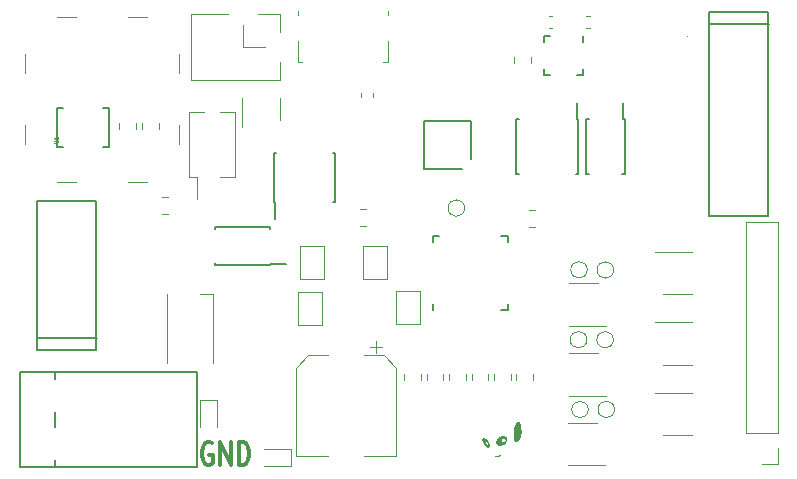
<source format=gbr>
G04 #@! TF.GenerationSoftware,KiCad,Pcbnew,5.1.5-52549c5~84~ubuntu18.04.1*
G04 #@! TF.CreationDate,2020-04-17T16:24:41+02:00*
G04 #@! TF.ProjectId,board,626f6172-642e-46b6-9963-61645f706362,rev?*
G04 #@! TF.SameCoordinates,Original*
G04 #@! TF.FileFunction,Legend,Top*
G04 #@! TF.FilePolarity,Positive*
%FSLAX46Y46*%
G04 Gerber Fmt 4.6, Leading zero omitted, Abs format (unit mm)*
G04 Created by KiCad (PCBNEW 5.1.5-52549c5~84~ubuntu18.04.1) date 2020-04-17 16:24:41*
%MOMM*%
%LPD*%
G04 APERTURE LIST*
%ADD10C,0.300000*%
%ADD11C,0.120000*%
%ADD12C,0.150000*%
%ADD13C,0.127000*%
%ADD14C,0.152400*%
%ADD15C,0.010000*%
%ADD16C,0.060000*%
%ADD17C,0.100000*%
%ADD18C,0.050000*%
G04 APERTURE END LIST*
D10*
X109417142Y-136670000D02*
X109274285Y-136574761D01*
X109060000Y-136574761D01*
X108845714Y-136670000D01*
X108702857Y-136860476D01*
X108631428Y-137050952D01*
X108560000Y-137431904D01*
X108560000Y-137717619D01*
X108631428Y-138098571D01*
X108702857Y-138289047D01*
X108845714Y-138479523D01*
X109060000Y-138574761D01*
X109202857Y-138574761D01*
X109417142Y-138479523D01*
X109488571Y-138384285D01*
X109488571Y-137717619D01*
X109202857Y-137717619D01*
X110131428Y-138574761D02*
X110131428Y-136574761D01*
X110988571Y-138574761D01*
X110988571Y-136574761D01*
X111702857Y-138574761D02*
X111702857Y-136574761D01*
X112060000Y-136574761D01*
X112274285Y-136670000D01*
X112417142Y-136860476D01*
X112488571Y-137050952D01*
X112560000Y-137431904D01*
X112560000Y-137717619D01*
X112488571Y-138098571D01*
X112417142Y-138289047D01*
X112274285Y-138479523D01*
X112060000Y-138574761D01*
X111702857Y-138574761D01*
D11*
X102997000Y-110098578D02*
X102997000Y-109581422D01*
X101577000Y-110098578D02*
X101577000Y-109581422D01*
D12*
X140425000Y-109275000D02*
X140300000Y-109275000D01*
X140425000Y-113925000D02*
X140200000Y-113925000D01*
X135175000Y-113925000D02*
X135400000Y-113925000D01*
X135175000Y-109275000D02*
X135400000Y-109275000D01*
X140425000Y-109275000D02*
X140425000Y-113925000D01*
X135175000Y-109275000D02*
X135175000Y-113925000D01*
X140300000Y-109275000D02*
X140300000Y-107925000D01*
D11*
X96300000Y-100620000D02*
X97900000Y-100620000D01*
X96300000Y-114580000D02*
X97900000Y-114580000D01*
X102300000Y-100620000D02*
X103900000Y-100620000D01*
X102300000Y-114580000D02*
X103900000Y-114580000D01*
X93600000Y-103800000D02*
X93600000Y-105400000D01*
X106600000Y-103800000D02*
X106600000Y-105400000D01*
X93600000Y-109800000D02*
X93600000Y-111400000D01*
X106600000Y-109800000D02*
X106600000Y-111400000D01*
D13*
X99640000Y-127820000D02*
X94630000Y-127820000D01*
X99630000Y-116210000D02*
X94610000Y-116210000D01*
X99630000Y-128830000D02*
X99630000Y-116190000D01*
X94620000Y-128810000D02*
X99620000Y-128810000D01*
X94620000Y-116210000D02*
X94630000Y-128830000D01*
D11*
X104902000Y-110098578D02*
X104902000Y-109581422D01*
X103482000Y-110098578D02*
X103482000Y-109581422D01*
X136241422Y-118410000D02*
X136758578Y-118410000D01*
X136241422Y-116990000D02*
X136758578Y-116990000D01*
D12*
X128150000Y-119150000D02*
X128150000Y-119675000D01*
X134450000Y-119150000D02*
X134450000Y-119675000D01*
X134450000Y-125450000D02*
X134450000Y-124925000D01*
X128150000Y-125450000D02*
X128150000Y-124925000D01*
X134450000Y-119150000D02*
X133925000Y-119150000D01*
X134450000Y-125450000D02*
X133925000Y-125450000D01*
X128150000Y-119150000D02*
X128675000Y-119150000D01*
D11*
X122458578Y-116890000D02*
X121941422Y-116890000D01*
X122458578Y-118310000D02*
X121941422Y-118310000D01*
D12*
X144345000Y-109265000D02*
X144245000Y-109265000D01*
X144345000Y-113915000D02*
X144145000Y-113915000D01*
X141095000Y-113915000D02*
X141295000Y-113915000D01*
X141095000Y-109265000D02*
X141295000Y-109265000D01*
X144345000Y-109265000D02*
X144345000Y-113915000D01*
X141095000Y-109265000D02*
X141095000Y-113915000D01*
X144245000Y-109265000D02*
X144245000Y-107915000D01*
D11*
X142750000Y-132700000D02*
X139620000Y-132700000D01*
X142080000Y-129100000D02*
X139620000Y-129100000D01*
D14*
X96772800Y-108293600D02*
X96315600Y-108293600D01*
X100227200Y-111646400D02*
X100684400Y-111646400D01*
X100684400Y-111646400D02*
X100684400Y-108293600D01*
X100684400Y-108293600D02*
X100227200Y-108293600D01*
X96315600Y-108293600D02*
X96315600Y-111646400D01*
X96315600Y-111646400D02*
X96772800Y-111646400D01*
D11*
X129010000Y-130841422D02*
X129010000Y-131358578D01*
X127590000Y-130841422D02*
X127590000Y-131358578D01*
X133290000Y-130841422D02*
X133290000Y-131358578D01*
X134710000Y-130841422D02*
X134710000Y-131358578D01*
X132810000Y-130841422D02*
X132810000Y-131358578D01*
X131390000Y-130841422D02*
X131390000Y-131358578D01*
X136410000Y-104041422D02*
X136410000Y-104558578D01*
X134990000Y-104041422D02*
X134990000Y-104558578D01*
D12*
X140799999Y-105500001D02*
X140299999Y-105500001D01*
X137549999Y-102250001D02*
X138049999Y-102250001D01*
X137549999Y-105500001D02*
X138049999Y-105500001D01*
X140799999Y-102250001D02*
X140799999Y-102750001D01*
X137549999Y-102250001D02*
X137549999Y-102750001D01*
X137549999Y-105500001D02*
X137549999Y-105000001D01*
X140799999Y-105500001D02*
X140799999Y-105000001D01*
D11*
X108365000Y-133015000D02*
X108365000Y-135300000D01*
X109835000Y-133015000D02*
X108365000Y-133015000D01*
X109835000Y-135300000D02*
X109835000Y-133015000D01*
X157330000Y-138439200D02*
X156000000Y-138439200D01*
X157330000Y-137109200D02*
X157330000Y-138439200D01*
X157330000Y-135839200D02*
X154670000Y-135839200D01*
X154670000Y-135839200D02*
X154670000Y-117999200D01*
X157330000Y-135839200D02*
X157330000Y-117999200D01*
X157330000Y-117999200D02*
X154670000Y-117999200D01*
D12*
X108150000Y-130700000D02*
X93150000Y-130700000D01*
X108150000Y-138700000D02*
X108150000Y-130700000D01*
X93150000Y-138700000D02*
X108150000Y-138700000D01*
X93150000Y-130700000D02*
X93150000Y-138700000D01*
X96150000Y-138700000D02*
X96150000Y-138100000D01*
X96150000Y-135300000D02*
X96150000Y-134100000D01*
X96150000Y-130700000D02*
X96150000Y-131300000D01*
D11*
X142740000Y-126785000D02*
X139610000Y-126785000D01*
X142070000Y-123185000D02*
X139610000Y-123185000D01*
X146900000Y-120500000D02*
X150030000Y-120500000D01*
X147570000Y-124100000D02*
X150030000Y-124100000D01*
X146900000Y-126450000D02*
X150030000Y-126450000D01*
X147570000Y-130050000D02*
X150030000Y-130050000D01*
X142700000Y-138570000D02*
X139570000Y-138570000D01*
X142030000Y-134970000D02*
X139570000Y-134970000D01*
X146900000Y-132450000D02*
X150030000Y-132450000D01*
X147570000Y-136050000D02*
X150030000Y-136050000D01*
X125690000Y-130841422D02*
X125690000Y-131358578D01*
X127110000Y-130841422D02*
X127110000Y-131358578D01*
X129490000Y-130841422D02*
X129490000Y-131358578D01*
X130910000Y-130841422D02*
X130910000Y-131358578D01*
X105580000Y-129960000D02*
X105580000Y-124060000D01*
X109480000Y-129960000D02*
X109480000Y-124060000D01*
X109480000Y-124060000D02*
X108405000Y-124060000D01*
X141190000Y-122030000D02*
G75*
G03X141190000Y-122030000I-700000J0D01*
G01*
X143424000Y-122046000D02*
G75*
G03X143424000Y-122046000I-700000J0D01*
G01*
X141148000Y-127950000D02*
G75*
G03X141148000Y-127950000I-700000J0D01*
G01*
X143400000Y-127950000D02*
G75*
G03X143400000Y-127950000I-700000J0D01*
G01*
X141270000Y-133860000D02*
G75*
G03X141270000Y-133860000I-700000J0D01*
G01*
X143500000Y-133850000D02*
G75*
G03X143500000Y-133850000I-700000J0D01*
G01*
X110785000Y-100400000D02*
X107670000Y-100400000D01*
X107670000Y-100400000D02*
X107670000Y-106000000D01*
X115170000Y-106000000D02*
X107670000Y-106000000D01*
X115170000Y-104470000D02*
X115170000Y-106000000D01*
X113925000Y-103200000D02*
X112055000Y-103200000D01*
X112055000Y-103200000D02*
X112055000Y-101330000D01*
X113325000Y-100400000D02*
X115170000Y-100400000D01*
X115170000Y-100400000D02*
X115170000Y-101930000D01*
X136610000Y-130841422D02*
X136610000Y-131358578D01*
X135190000Y-130841422D02*
X135190000Y-131358578D01*
D15*
G36*
X134058423Y-136101777D02*
G01*
X134096263Y-136105066D01*
X134116759Y-136108897D01*
X134168390Y-136125874D01*
X134213060Y-136149654D01*
X134250646Y-136179527D01*
X134281024Y-136214781D01*
X134304071Y-136254703D01*
X134319661Y-136298583D01*
X134327672Y-136345708D01*
X134327980Y-136395366D01*
X134320461Y-136446846D01*
X134304990Y-136499436D01*
X134281445Y-136552424D01*
X134249701Y-136605099D01*
X134211669Y-136654398D01*
X134162024Y-136705506D01*
X134107034Y-136750255D01*
X134047863Y-136788142D01*
X133985678Y-136818666D01*
X133921645Y-136841325D01*
X133856929Y-136855617D01*
X133792695Y-136861041D01*
X133738218Y-136858169D01*
X133683393Y-136847107D01*
X133634297Y-136828036D01*
X133591371Y-136801148D01*
X133572887Y-136785333D01*
X133541140Y-136751436D01*
X133518000Y-136716962D01*
X133502118Y-136679320D01*
X133492141Y-136635916D01*
X133490986Y-136628145D01*
X133488426Y-136573755D01*
X133495286Y-136518691D01*
X133510934Y-136463752D01*
X133524275Y-136433475D01*
X133889164Y-136433475D01*
X133891545Y-136455112D01*
X133904506Y-136499304D01*
X133925689Y-136538657D01*
X133954198Y-136572122D01*
X133989137Y-136598653D01*
X134029610Y-136617204D01*
X134030453Y-136617481D01*
X134050411Y-136621460D01*
X134077461Y-136623152D01*
X134095684Y-136622976D01*
X134119938Y-136621571D01*
X134138324Y-136618634D01*
X134155122Y-136613176D01*
X134172690Y-136605155D01*
X134209679Y-136581788D01*
X134240282Y-136551948D01*
X134263754Y-136517048D01*
X134279349Y-136478504D01*
X134286322Y-136437728D01*
X134283925Y-136396134D01*
X134283670Y-136394722D01*
X134270966Y-136352824D01*
X134249644Y-136314438D01*
X134220985Y-136281215D01*
X134186270Y-136254806D01*
X134167445Y-136244858D01*
X134137518Y-136235350D01*
X134102396Y-136230786D01*
X134065790Y-136231225D01*
X134031413Y-136236724D01*
X134013531Y-136242426D01*
X133978383Y-136261486D01*
X133947691Y-136287944D01*
X133922440Y-136320087D01*
X133903613Y-136356199D01*
X133892193Y-136394567D01*
X133889164Y-136433475D01*
X133524275Y-136433475D01*
X133534736Y-136409736D01*
X133566061Y-136357441D01*
X133604274Y-136307666D01*
X133648745Y-136261207D01*
X133698840Y-136218864D01*
X133753926Y-136181434D01*
X133813370Y-136149716D01*
X133876541Y-136124507D01*
X133894886Y-136118701D01*
X133931263Y-136110238D01*
X133972757Y-136104503D01*
X134016199Y-136101636D01*
X134058423Y-136101777D01*
G37*
X134058423Y-136101777D02*
X134096263Y-136105066D01*
X134116759Y-136108897D01*
X134168390Y-136125874D01*
X134213060Y-136149654D01*
X134250646Y-136179527D01*
X134281024Y-136214781D01*
X134304071Y-136254703D01*
X134319661Y-136298583D01*
X134327672Y-136345708D01*
X134327980Y-136395366D01*
X134320461Y-136446846D01*
X134304990Y-136499436D01*
X134281445Y-136552424D01*
X134249701Y-136605099D01*
X134211669Y-136654398D01*
X134162024Y-136705506D01*
X134107034Y-136750255D01*
X134047863Y-136788142D01*
X133985678Y-136818666D01*
X133921645Y-136841325D01*
X133856929Y-136855617D01*
X133792695Y-136861041D01*
X133738218Y-136858169D01*
X133683393Y-136847107D01*
X133634297Y-136828036D01*
X133591371Y-136801148D01*
X133572887Y-136785333D01*
X133541140Y-136751436D01*
X133518000Y-136716962D01*
X133502118Y-136679320D01*
X133492141Y-136635916D01*
X133490986Y-136628145D01*
X133488426Y-136573755D01*
X133495286Y-136518691D01*
X133510934Y-136463752D01*
X133524275Y-136433475D01*
X133889164Y-136433475D01*
X133891545Y-136455112D01*
X133904506Y-136499304D01*
X133925689Y-136538657D01*
X133954198Y-136572122D01*
X133989137Y-136598653D01*
X134029610Y-136617204D01*
X134030453Y-136617481D01*
X134050411Y-136621460D01*
X134077461Y-136623152D01*
X134095684Y-136622976D01*
X134119938Y-136621571D01*
X134138324Y-136618634D01*
X134155122Y-136613176D01*
X134172690Y-136605155D01*
X134209679Y-136581788D01*
X134240282Y-136551948D01*
X134263754Y-136517048D01*
X134279349Y-136478504D01*
X134286322Y-136437728D01*
X134283925Y-136396134D01*
X134283670Y-136394722D01*
X134270966Y-136352824D01*
X134249644Y-136314438D01*
X134220985Y-136281215D01*
X134186270Y-136254806D01*
X134167445Y-136244858D01*
X134137518Y-136235350D01*
X134102396Y-136230786D01*
X134065790Y-136231225D01*
X134031413Y-136236724D01*
X134013531Y-136242426D01*
X133978383Y-136261486D01*
X133947691Y-136287944D01*
X133922440Y-136320087D01*
X133903613Y-136356199D01*
X133892193Y-136394567D01*
X133889164Y-136433475D01*
X133524275Y-136433475D01*
X133534736Y-136409736D01*
X133566061Y-136357441D01*
X133604274Y-136307666D01*
X133648745Y-136261207D01*
X133698840Y-136218864D01*
X133753926Y-136181434D01*
X133813370Y-136149716D01*
X133876541Y-136124507D01*
X133894886Y-136118701D01*
X133931263Y-136110238D01*
X133972757Y-136104503D01*
X134016199Y-136101636D01*
X134058423Y-136101777D01*
G36*
X132433665Y-136292400D02*
G01*
X132451199Y-136294815D01*
X132467879Y-136300076D01*
X132486678Y-136308404D01*
X132536544Y-136336810D01*
X132586028Y-136374026D01*
X132634186Y-136418713D01*
X132680077Y-136469536D01*
X132722757Y-136525158D01*
X132761285Y-136584244D01*
X132794717Y-136645456D01*
X132822112Y-136707459D01*
X132842526Y-136768917D01*
X132855018Y-136828492D01*
X132855381Y-136831129D01*
X132858149Y-136874196D01*
X132854456Y-136912257D01*
X132844593Y-136944427D01*
X132828853Y-136969822D01*
X132807525Y-136987556D01*
X132803187Y-136989832D01*
X132775219Y-136998318D01*
X132743409Y-136999581D01*
X132711189Y-136993488D01*
X132710740Y-136993346D01*
X132667203Y-136975057D01*
X132622270Y-136947842D01*
X132576881Y-136912665D01*
X132531976Y-136870487D01*
X132488495Y-136822272D01*
X132447378Y-136768982D01*
X132409565Y-136711579D01*
X132375996Y-136651026D01*
X132375540Y-136650119D01*
X132350181Y-136595845D01*
X132341711Y-136573574D01*
X132495284Y-136573574D01*
X132495543Y-136601315D01*
X132498121Y-136629311D01*
X132502567Y-136652702D01*
X132512407Y-136682865D01*
X132526999Y-136717156D01*
X132544535Y-136751944D01*
X132563208Y-136783596D01*
X132578382Y-136805022D01*
X132609895Y-136840806D01*
X132641152Y-136868895D01*
X132671506Y-136889000D01*
X132700309Y-136900834D01*
X132726913Y-136904109D01*
X132750670Y-136898538D01*
X132766133Y-136888466D01*
X132780767Y-136871999D01*
X132790019Y-136852003D01*
X132794606Y-136826313D01*
X132795402Y-136800316D01*
X132791584Y-136761085D01*
X132781587Y-136720767D01*
X132766265Y-136680451D01*
X132746466Y-136641228D01*
X132723042Y-136604188D01*
X132696844Y-136570421D01*
X132668723Y-136541018D01*
X132639529Y-136517069D01*
X132610113Y-136499664D01*
X132581326Y-136489894D01*
X132554019Y-136488849D01*
X132552521Y-136489075D01*
X132530226Y-136497610D01*
X132511870Y-136514429D01*
X132501805Y-136531686D01*
X132497365Y-136549295D01*
X132495284Y-136573574D01*
X132341711Y-136573574D01*
X132331505Y-136546742D01*
X132318956Y-136500850D01*
X132311980Y-136456209D01*
X132310024Y-136418820D01*
X132310147Y-136393734D01*
X132311356Y-136375780D01*
X132314108Y-136361950D01*
X132318861Y-136349235D01*
X132321443Y-136343751D01*
X132332212Y-136326421D01*
X132345671Y-136310733D01*
X132351471Y-136305651D01*
X132361774Y-136298608D01*
X132371873Y-136294452D01*
X132384939Y-136292443D01*
X132404145Y-136291838D01*
X132410641Y-136291820D01*
X132433665Y-136292400D01*
G37*
X132433665Y-136292400D02*
X132451199Y-136294815D01*
X132467879Y-136300076D01*
X132486678Y-136308404D01*
X132536544Y-136336810D01*
X132586028Y-136374026D01*
X132634186Y-136418713D01*
X132680077Y-136469536D01*
X132722757Y-136525158D01*
X132761285Y-136584244D01*
X132794717Y-136645456D01*
X132822112Y-136707459D01*
X132842526Y-136768917D01*
X132855018Y-136828492D01*
X132855381Y-136831129D01*
X132858149Y-136874196D01*
X132854456Y-136912257D01*
X132844593Y-136944427D01*
X132828853Y-136969822D01*
X132807525Y-136987556D01*
X132803187Y-136989832D01*
X132775219Y-136998318D01*
X132743409Y-136999581D01*
X132711189Y-136993488D01*
X132710740Y-136993346D01*
X132667203Y-136975057D01*
X132622270Y-136947842D01*
X132576881Y-136912665D01*
X132531976Y-136870487D01*
X132488495Y-136822272D01*
X132447378Y-136768982D01*
X132409565Y-136711579D01*
X132375996Y-136651026D01*
X132375540Y-136650119D01*
X132350181Y-136595845D01*
X132341711Y-136573574D01*
X132495284Y-136573574D01*
X132495543Y-136601315D01*
X132498121Y-136629311D01*
X132502567Y-136652702D01*
X132512407Y-136682865D01*
X132526999Y-136717156D01*
X132544535Y-136751944D01*
X132563208Y-136783596D01*
X132578382Y-136805022D01*
X132609895Y-136840806D01*
X132641152Y-136868895D01*
X132671506Y-136889000D01*
X132700309Y-136900834D01*
X132726913Y-136904109D01*
X132750670Y-136898538D01*
X132766133Y-136888466D01*
X132780767Y-136871999D01*
X132790019Y-136852003D01*
X132794606Y-136826313D01*
X132795402Y-136800316D01*
X132791584Y-136761085D01*
X132781587Y-136720767D01*
X132766265Y-136680451D01*
X132746466Y-136641228D01*
X132723042Y-136604188D01*
X132696844Y-136570421D01*
X132668723Y-136541018D01*
X132639529Y-136517069D01*
X132610113Y-136499664D01*
X132581326Y-136489894D01*
X132554019Y-136488849D01*
X132552521Y-136489075D01*
X132530226Y-136497610D01*
X132511870Y-136514429D01*
X132501805Y-136531686D01*
X132497365Y-136549295D01*
X132495284Y-136573574D01*
X132341711Y-136573574D01*
X132331505Y-136546742D01*
X132318956Y-136500850D01*
X132311980Y-136456209D01*
X132310024Y-136418820D01*
X132310147Y-136393734D01*
X132311356Y-136375780D01*
X132314108Y-136361950D01*
X132318861Y-136349235D01*
X132321443Y-136343751D01*
X132332212Y-136326421D01*
X132345671Y-136310733D01*
X132351471Y-136305651D01*
X132361774Y-136298608D01*
X132371873Y-136294452D01*
X132384939Y-136292443D01*
X132404145Y-136291838D01*
X132410641Y-136291820D01*
X132433665Y-136292400D01*
D16*
G36*
X133764692Y-137731830D02*
G01*
X133768884Y-137737238D01*
X133769842Y-137745434D01*
X133765424Y-137750854D01*
X133753375Y-137758710D01*
X133735655Y-137768093D01*
X133714225Y-137778090D01*
X133691046Y-137787791D01*
X133668078Y-137796284D01*
X133647282Y-137802659D01*
X133645917Y-137803013D01*
X133602856Y-137810486D01*
X133554361Y-137812860D01*
X133503785Y-137810138D01*
X133457500Y-137802965D01*
X133430200Y-137797186D01*
X133411309Y-137792973D01*
X133399286Y-137789840D01*
X133392588Y-137787302D01*
X133389673Y-137784876D01*
X133388999Y-137782076D01*
X133388997Y-137781433D01*
X133390026Y-137773727D01*
X133393898Y-137769084D01*
X133402140Y-137767369D01*
X133416276Y-137768449D01*
X133437832Y-137772190D01*
X133454960Y-137775657D01*
X133513922Y-137785109D01*
X133567388Y-137787441D01*
X133617312Y-137782442D01*
X133665646Y-137769901D01*
X133714342Y-137749609D01*
X133719221Y-137747188D01*
X133741207Y-137736758D01*
X133755915Y-137731654D01*
X133764692Y-137731830D01*
G37*
X133764692Y-137731830D02*
X133768884Y-137737238D01*
X133769842Y-137745434D01*
X133765424Y-137750854D01*
X133753375Y-137758710D01*
X133735655Y-137768093D01*
X133714225Y-137778090D01*
X133691046Y-137787791D01*
X133668078Y-137796284D01*
X133647282Y-137802659D01*
X133645917Y-137803013D01*
X133602856Y-137810486D01*
X133554361Y-137812860D01*
X133503785Y-137810138D01*
X133457500Y-137802965D01*
X133430200Y-137797186D01*
X133411309Y-137792973D01*
X133399286Y-137789840D01*
X133392588Y-137787302D01*
X133389673Y-137784876D01*
X133388999Y-137782076D01*
X133388997Y-137781433D01*
X133390026Y-137773727D01*
X133393898Y-137769084D01*
X133402140Y-137767369D01*
X133416276Y-137768449D01*
X133437832Y-137772190D01*
X133454960Y-137775657D01*
X133513922Y-137785109D01*
X133567388Y-137787441D01*
X133617312Y-137782442D01*
X133665646Y-137769901D01*
X133714342Y-137749609D01*
X133719221Y-137747188D01*
X133741207Y-137736758D01*
X133755915Y-137731654D01*
X133764692Y-137731830D01*
D13*
X156500000Y-117490000D02*
X156500000Y-100170000D01*
X156500000Y-100170000D02*
X151500000Y-100170000D01*
X151500000Y-100170000D02*
X151500000Y-117490000D01*
X151500000Y-117490000D02*
X156500000Y-117490000D01*
X151460000Y-101210000D02*
X156540000Y-101210000D01*
D11*
X115210000Y-109320000D02*
X115210000Y-107520000D01*
X111990000Y-107520000D02*
X111990000Y-109970000D01*
D12*
X114325000Y-121525000D02*
X115675000Y-121525000D01*
X114325000Y-118375000D02*
X109675000Y-118375000D01*
X114325000Y-121625000D02*
X109675000Y-121625000D01*
X114325000Y-118375000D02*
X114325000Y-118575000D01*
X109675000Y-118375000D02*
X109675000Y-118575000D01*
X109675000Y-121625000D02*
X109675000Y-121425000D01*
X114325000Y-121625000D02*
X114325000Y-121525000D01*
D11*
X116660000Y-104470000D02*
X117040000Y-104470000D01*
X116660000Y-100420000D02*
X116660000Y-100160000D01*
X116660000Y-104470000D02*
X116660000Y-102700000D01*
X124280000Y-104470000D02*
X123900000Y-104470000D01*
X124280000Y-102700000D02*
X124280000Y-104470000D01*
X124280000Y-100160000D02*
X124280000Y-100420000D01*
D12*
X114695000Y-116325000D02*
X114745000Y-116325000D01*
X114695000Y-112175000D02*
X114840000Y-112175000D01*
X119845000Y-112175000D02*
X119700000Y-112175000D01*
X119845000Y-116325000D02*
X119700000Y-116325000D01*
X114695000Y-116325000D02*
X114695000Y-112175000D01*
X119845000Y-116325000D02*
X119845000Y-112175000D01*
X114745000Y-116325000D02*
X114745000Y-117725000D01*
D11*
X116085000Y-137165000D02*
X113800000Y-137165000D01*
X116085000Y-138635000D02*
X116085000Y-137165000D01*
X113800000Y-138635000D02*
X116085000Y-138635000D01*
X121990000Y-107412779D02*
X121990000Y-107087221D01*
X123010000Y-107412779D02*
X123010000Y-107087221D01*
X130800000Y-116800000D02*
G75*
G03X130800000Y-116800000I-700000J0D01*
G01*
X105718578Y-117290000D02*
X105201422Y-117290000D01*
X105718578Y-115870000D02*
X105201422Y-115870000D01*
D17*
X148450000Y-102290000D02*
G75*
G03X148450000Y-102290000I-50000J0D01*
G01*
X149650000Y-102290000D02*
G75*
G03X149650000Y-102290000I-50000J0D01*
G01*
D11*
X118700000Y-123900000D02*
X118700000Y-126700000D01*
X118700000Y-126700000D02*
X116700000Y-126700000D01*
X116700000Y-126700000D02*
X116700000Y-123900000D01*
X116700000Y-123900000D02*
X118700000Y-123900000D01*
X118900000Y-122800000D02*
X116900000Y-122800000D01*
X118900000Y-120000000D02*
X118900000Y-122800000D01*
X116900000Y-120000000D02*
X118900000Y-120000000D01*
X116900000Y-122800000D02*
X116900000Y-120000000D01*
X125000000Y-123800000D02*
X127000000Y-123800000D01*
X125000000Y-126600000D02*
X125000000Y-123800000D01*
X127000000Y-126600000D02*
X125000000Y-126600000D01*
X127000000Y-123800000D02*
X127000000Y-126600000D01*
X122200000Y-122800000D02*
X122200000Y-120000000D01*
X122200000Y-120000000D02*
X124200000Y-120000000D01*
X124200000Y-120000000D02*
X124200000Y-122800000D01*
X124200000Y-122800000D02*
X122200000Y-122800000D01*
X138242779Y-101520000D02*
X137917221Y-101520000D01*
X138242779Y-100500000D02*
X137917221Y-100500000D01*
X141067221Y-101520000D02*
X141392779Y-101520000D01*
X141067221Y-100500000D02*
X141392779Y-100500000D01*
X116500000Y-137800000D02*
X119250000Y-137800000D01*
X125020000Y-137800000D02*
X122270000Y-137800000D01*
X125020000Y-130344437D02*
X125020000Y-137800000D01*
X116500000Y-130344437D02*
X116500000Y-137800000D01*
X117564437Y-129280000D02*
X119250000Y-129280000D01*
X123955563Y-129280000D02*
X122270000Y-129280000D01*
X123955563Y-129280000D02*
X125020000Y-130344437D01*
X117564437Y-129280000D02*
X116500000Y-130344437D01*
X123270000Y-128040000D02*
X123270000Y-129040000D01*
X123770000Y-128540000D02*
X122770000Y-128540000D01*
D15*
G36*
X135318201Y-134929738D02*
G01*
X135338348Y-134931965D01*
X135355863Y-134935564D01*
X135371188Y-134941308D01*
X135384766Y-134949971D01*
X135397039Y-134962324D01*
X135408450Y-134979140D01*
X135419440Y-135001193D01*
X135430453Y-135029255D01*
X135441931Y-135064099D01*
X135454316Y-135106498D01*
X135468050Y-135157225D01*
X135483577Y-135217052D01*
X135484299Y-135219867D01*
X135501506Y-135292474D01*
X135515540Y-135364276D01*
X135526689Y-135437443D01*
X135535238Y-135514150D01*
X135541474Y-135596569D01*
X135545609Y-135684760D01*
X135546717Y-135718405D01*
X135547222Y-135744525D01*
X135546933Y-135765749D01*
X135545658Y-135784703D01*
X135543208Y-135804014D01*
X135539391Y-135826309D01*
X135534016Y-135854217D01*
X135532872Y-135860020D01*
X135516391Y-135938711D01*
X135498865Y-136013406D01*
X135480546Y-136083339D01*
X135461687Y-136147741D01*
X135442541Y-136205845D01*
X135423359Y-136256882D01*
X135404394Y-136300085D01*
X135385900Y-136334686D01*
X135368657Y-136359293D01*
X135357953Y-136372749D01*
X135343677Y-136391717D01*
X135327975Y-136413311D01*
X135317487Y-136428152D01*
X135291986Y-136462275D01*
X135268222Y-136489201D01*
X135246922Y-136508184D01*
X135229823Y-136518106D01*
X135217848Y-136520698D01*
X135200149Y-136522358D01*
X135185639Y-136522712D01*
X135169049Y-136521866D01*
X135153769Y-136519024D01*
X135136746Y-136513303D01*
X135114929Y-136503818D01*
X135105960Y-136499618D01*
X135083192Y-136487894D01*
X135061706Y-136475181D01*
X135044652Y-136463418D01*
X135038199Y-136457955D01*
X135015298Y-136429710D01*
X134995228Y-136391883D01*
X134977972Y-136344420D01*
X134963507Y-136287269D01*
X134954959Y-136241020D01*
X134952442Y-136223764D01*
X134950422Y-136205587D01*
X134948848Y-136185174D01*
X134947672Y-136161208D01*
X134946843Y-136132375D01*
X134946312Y-136097359D01*
X134946029Y-136054844D01*
X134945945Y-136003516D01*
X134945945Y-136002260D01*
X134946068Y-135945778D01*
X134946514Y-135897431D01*
X134947403Y-135855192D01*
X134948857Y-135817037D01*
X134950997Y-135780942D01*
X134953942Y-135744882D01*
X134957814Y-135706833D01*
X134962734Y-135664769D01*
X134968823Y-135616667D01*
X134969068Y-135614778D01*
X134978126Y-135557754D01*
X134990976Y-135495299D01*
X135007031Y-135429301D01*
X135025706Y-135361648D01*
X135046413Y-135294227D01*
X135068565Y-135228927D01*
X135091577Y-135167635D01*
X135114862Y-135112239D01*
X135137832Y-135064626D01*
X135143030Y-135054937D01*
X135170897Y-135010835D01*
X135201983Y-134973517D01*
X135202588Y-134972896D01*
X135225380Y-134951619D01*
X135246068Y-134937902D01*
X135267763Y-134930583D01*
X135293575Y-134928502D01*
X135318201Y-134929738D01*
G37*
X135318201Y-134929738D02*
X135338348Y-134931965D01*
X135355863Y-134935564D01*
X135371188Y-134941308D01*
X135384766Y-134949971D01*
X135397039Y-134962324D01*
X135408450Y-134979140D01*
X135419440Y-135001193D01*
X135430453Y-135029255D01*
X135441931Y-135064099D01*
X135454316Y-135106498D01*
X135468050Y-135157225D01*
X135483577Y-135217052D01*
X135484299Y-135219867D01*
X135501506Y-135292474D01*
X135515540Y-135364276D01*
X135526689Y-135437443D01*
X135535238Y-135514150D01*
X135541474Y-135596569D01*
X135545609Y-135684760D01*
X135546717Y-135718405D01*
X135547222Y-135744525D01*
X135546933Y-135765749D01*
X135545658Y-135784703D01*
X135543208Y-135804014D01*
X135539391Y-135826309D01*
X135534016Y-135854217D01*
X135532872Y-135860020D01*
X135516391Y-135938711D01*
X135498865Y-136013406D01*
X135480546Y-136083339D01*
X135461687Y-136147741D01*
X135442541Y-136205845D01*
X135423359Y-136256882D01*
X135404394Y-136300085D01*
X135385900Y-136334686D01*
X135368657Y-136359293D01*
X135357953Y-136372749D01*
X135343677Y-136391717D01*
X135327975Y-136413311D01*
X135317487Y-136428152D01*
X135291986Y-136462275D01*
X135268222Y-136489201D01*
X135246922Y-136508184D01*
X135229823Y-136518106D01*
X135217848Y-136520698D01*
X135200149Y-136522358D01*
X135185639Y-136522712D01*
X135169049Y-136521866D01*
X135153769Y-136519024D01*
X135136746Y-136513303D01*
X135114929Y-136503818D01*
X135105960Y-136499618D01*
X135083192Y-136487894D01*
X135061706Y-136475181D01*
X135044652Y-136463418D01*
X135038199Y-136457955D01*
X135015298Y-136429710D01*
X134995228Y-136391883D01*
X134977972Y-136344420D01*
X134963507Y-136287269D01*
X134954959Y-136241020D01*
X134952442Y-136223764D01*
X134950422Y-136205587D01*
X134948848Y-136185174D01*
X134947672Y-136161208D01*
X134946843Y-136132375D01*
X134946312Y-136097359D01*
X134946029Y-136054844D01*
X134945945Y-136003516D01*
X134945945Y-136002260D01*
X134946068Y-135945778D01*
X134946514Y-135897431D01*
X134947403Y-135855192D01*
X134948857Y-135817037D01*
X134950997Y-135780942D01*
X134953942Y-135744882D01*
X134957814Y-135706833D01*
X134962734Y-135664769D01*
X134968823Y-135616667D01*
X134969068Y-135614778D01*
X134978126Y-135557754D01*
X134990976Y-135495299D01*
X135007031Y-135429301D01*
X135025706Y-135361648D01*
X135046413Y-135294227D01*
X135068565Y-135228927D01*
X135091577Y-135167635D01*
X135114862Y-135112239D01*
X135137832Y-135064626D01*
X135143030Y-135054937D01*
X135170897Y-135010835D01*
X135201983Y-134973517D01*
X135202588Y-134972896D01*
X135225380Y-134951619D01*
X135246068Y-134937902D01*
X135267763Y-134930583D01*
X135293575Y-134928502D01*
X135318201Y-134929738D01*
D11*
X111385000Y-114190000D02*
X111385000Y-108670000D01*
X108105000Y-116040000D02*
X108105000Y-114190000D01*
X107455000Y-114190000D02*
X108105000Y-114190000D01*
X107455000Y-114190000D02*
X107455000Y-108670000D01*
X107455000Y-108670000D02*
X108724000Y-108670000D01*
X110115000Y-114190000D02*
X111385000Y-114190000D01*
X110115000Y-108670000D02*
X111385000Y-108670000D01*
D12*
X131360000Y-112670000D02*
X131360000Y-109470000D01*
X131360000Y-109470000D02*
X127360000Y-109470000D01*
X127360000Y-109470000D02*
X127360000Y-113470000D01*
X127360000Y-113470000D02*
X130560000Y-113470000D01*
D18*
X96025121Y-111264170D02*
X96280089Y-111264170D01*
X96310086Y-111249172D01*
X96325084Y-111234174D01*
X96340082Y-111204177D01*
X96340082Y-111144185D01*
X96325084Y-111114188D01*
X96310086Y-111099190D01*
X96280089Y-111084192D01*
X96025121Y-111084192D01*
X96340082Y-110769231D02*
X96340082Y-110949209D01*
X96340082Y-110859220D02*
X96025121Y-110859220D01*
X96070115Y-110889216D01*
X96100112Y-110919213D01*
X96115110Y-110949209D01*
M02*

</source>
